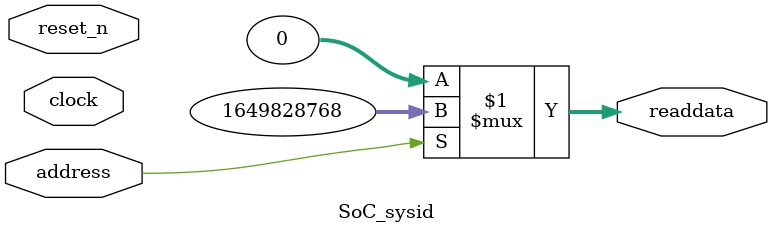
<source format=v>

`timescale 1ns / 1ps
// synthesis translate_on

// turn off superfluous verilog processor warnings 
// altera message_level Level1 
// altera message_off 10034 10035 10036 10037 10230 10240 10030 

module SoC_sysid (
               // inputs:
                address,
                clock,
                reset_n,

               // outputs:
                readdata
             )
;

  output  [ 31: 0] readdata;
  input            address;
  input            clock;
  input            reset_n;

  wire    [ 31: 0] readdata;
  //control_slave, which is an e_avalon_slave
  assign readdata = address ? 1649828768 : 0;

endmodule




</source>
